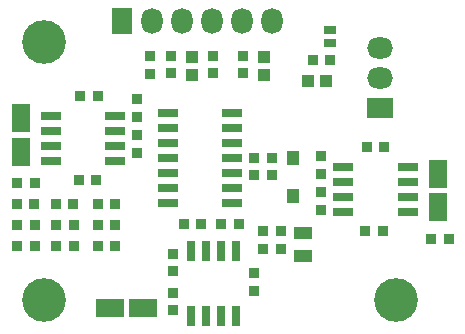
<source format=gts>
G04*
G04 #@! TF.GenerationSoftware,Altium Limited,Altium Designer,21.7.1 (17)*
G04*
G04 Layer_Color=8388736*
%FSLAX44Y44*%
%MOMM*%
G71*
G04*
G04 #@! TF.SameCoordinates,13432A2F-5693-4F9D-A56B-2ECE4EB69D10*
G04*
G04*
G04 #@! TF.FilePolarity,Negative*
G04*
G01*
G75*
%ADD26R,1.5500X2.4000*%
%ADD27R,2.4000X1.5500*%
%ADD28R,1.7200X0.8000*%
%ADD29R,1.7500X0.8000*%
%ADD30R,0.9500X0.9500*%
%ADD31R,0.9500X0.9500*%
%ADD32R,1.0000X1.0000*%
%ADD33R,1.0000X0.8000*%
%ADD34R,1.0000X1.0000*%
%ADD35R,1.5000X1.1000*%
%ADD36R,1.0800X1.2200*%
%ADD37R,0.8000X1.7200*%
%ADD38R,1.8000X2.2000*%
%ADD39O,1.8000X2.2000*%
%ADD40R,2.2000X1.8000*%
%ADD41O,2.2000X1.8000*%
%ADD42C,3.7000*%
D26*
X372110Y116710D02*
D03*
Y144910D02*
D03*
X19050Y163700D02*
D03*
Y191900D02*
D03*
D27*
X122050Y31750D02*
D03*
X93850D02*
D03*
D28*
X346170Y113030D02*
D03*
Y125730D02*
D03*
Y138430D02*
D03*
Y151130D02*
D03*
X291370Y113030D02*
D03*
Y125730D02*
D03*
Y138430D02*
D03*
Y151130D02*
D03*
X98520Y194310D02*
D03*
Y181610D02*
D03*
Y168910D02*
D03*
Y156210D02*
D03*
X43720Y194310D02*
D03*
Y181610D02*
D03*
Y168910D02*
D03*
Y156210D02*
D03*
D29*
X197180Y120650D02*
D03*
Y133350D02*
D03*
Y146050D02*
D03*
Y158750D02*
D03*
Y171450D02*
D03*
Y184150D02*
D03*
Y196850D02*
D03*
X143180Y120650D02*
D03*
Y133350D02*
D03*
Y146050D02*
D03*
Y158750D02*
D03*
Y171450D02*
D03*
Y184150D02*
D03*
Y196850D02*
D03*
D30*
X116840Y208160D02*
D03*
Y193160D02*
D03*
Y177680D02*
D03*
Y162680D02*
D03*
X273050Y159900D02*
D03*
Y144900D02*
D03*
Y129420D02*
D03*
Y114420D02*
D03*
X147320Y29330D02*
D03*
Y44330D02*
D03*
X231140Y158630D02*
D03*
Y143630D02*
D03*
X181610Y229990D02*
D03*
Y244990D02*
D03*
X146050Y244990D02*
D03*
Y229990D02*
D03*
X207010Y229990D02*
D03*
Y244990D02*
D03*
X238760Y81400D02*
D03*
Y96400D02*
D03*
X223520Y81400D02*
D03*
Y96400D02*
D03*
X215900Y158630D02*
D03*
Y143630D02*
D03*
X147320Y62350D02*
D03*
Y77350D02*
D03*
X215900Y45840D02*
D03*
Y60840D02*
D03*
X128270Y229870D02*
D03*
Y244870D02*
D03*
D31*
X83700Y83820D02*
D03*
X98700D02*
D03*
X48260Y101600D02*
D03*
X63260D02*
D03*
X48260Y83820D02*
D03*
X63260D02*
D03*
X83700Y101600D02*
D03*
X98700D02*
D03*
X30240Y83815D02*
D03*
X15240D02*
D03*
X30240Y101595D02*
D03*
X15240D02*
D03*
X82430Y139700D02*
D03*
X67430D02*
D03*
X30360Y137155D02*
D03*
X15360D02*
D03*
X30090Y119375D02*
D03*
X15090D02*
D03*
X83550Y119380D02*
D03*
X98550D02*
D03*
X48110D02*
D03*
X63110D02*
D03*
X83700Y210820D02*
D03*
X68700D02*
D03*
X311270Y167640D02*
D03*
X326270D02*
D03*
X365880Y90170D02*
D03*
X380880D02*
D03*
X310000Y96520D02*
D03*
X325000D02*
D03*
X265550Y241300D02*
D03*
X280550D02*
D03*
X156330Y102870D02*
D03*
X171330D02*
D03*
X188080D02*
D03*
X203080D02*
D03*
D32*
X261740Y223520D02*
D03*
X276740D02*
D03*
D33*
X280670Y267120D02*
D03*
Y256120D02*
D03*
D34*
X163830Y228720D02*
D03*
Y243720D02*
D03*
X224790Y228720D02*
D03*
Y243720D02*
D03*
D35*
X257810Y75590D02*
D03*
Y94590D02*
D03*
D36*
X248920Y125890D02*
D03*
Y158590D02*
D03*
D37*
X162560Y24670D02*
D03*
X175260D02*
D03*
X187960D02*
D03*
X200660D02*
D03*
X162560Y79470D02*
D03*
X175260D02*
D03*
X187960D02*
D03*
X200660D02*
D03*
D38*
X104140Y274320D02*
D03*
D39*
X129540D02*
D03*
X154940D02*
D03*
X180340D02*
D03*
X205740D02*
D03*
X231140D02*
D03*
D40*
X322580Y201060D02*
D03*
D41*
Y226060D02*
D03*
Y251060D02*
D03*
D42*
X38100Y256540D02*
D03*
Y38100D02*
D03*
X336550D02*
D03*
M02*

</source>
